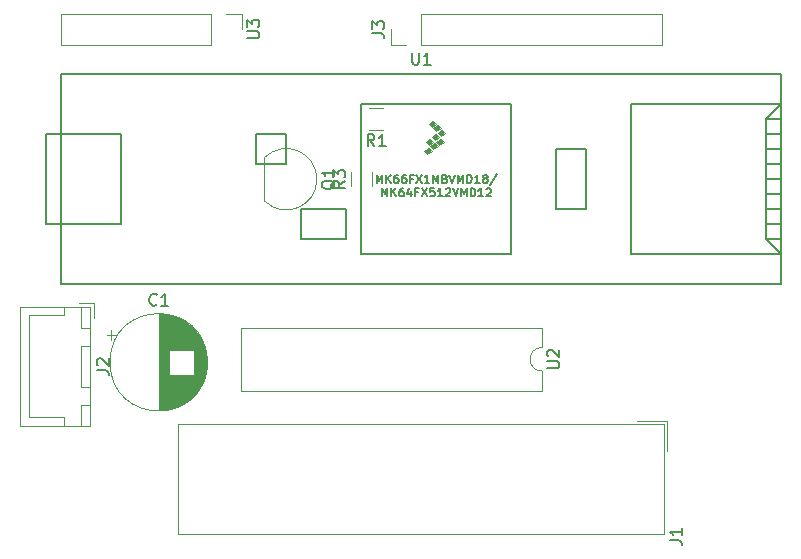
<source format=gbr>
G04 #@! TF.GenerationSoftware,KiCad,Pcbnew,5.1.4+dfsg1-1*
G04 #@! TF.CreationDate,2020-02-29T16:09:42-08:00*
G04 #@! TF.ProjectId,teensy_audio_player_kicad,7465656e-7379-45f6-9175-64696f5f706c,rev?*
G04 #@! TF.SameCoordinates,Original*
G04 #@! TF.FileFunction,Legend,Top*
G04 #@! TF.FilePolarity,Positive*
%FSLAX46Y46*%
G04 Gerber Fmt 4.6, Leading zero omitted, Abs format (unit mm)*
G04 Created by KiCad (PCBNEW 5.1.4+dfsg1-1) date 2020-02-29 16:09:42*
%MOMM*%
%LPD*%
G04 APERTURE LIST*
%ADD10C,0.120000*%
%ADD11C,0.150000*%
%ADD12C,0.100000*%
G04 APERTURE END LIST*
D10*
X94040000Y-58360000D02*
X94040000Y-59690000D01*
X92710000Y-58360000D02*
X94040000Y-58360000D01*
X91440000Y-58360000D02*
X91440000Y-61020000D01*
X91440000Y-61020000D02*
X78680000Y-61020000D01*
X91440000Y-58360000D02*
X78680000Y-58360000D01*
X78680000Y-58360000D02*
X78680000Y-61020000D01*
X106012064Y-66400000D02*
X104807936Y-66400000D01*
X106012064Y-68220000D02*
X104807936Y-68220000D01*
D11*
X95250000Y-68580000D02*
X95250000Y-71120000D01*
X95250000Y-71120000D02*
X97790000Y-71120000D01*
X97790000Y-71120000D02*
X97790000Y-68580000D01*
X97790000Y-68580000D02*
X95250000Y-68580000D01*
X102870000Y-77470000D02*
X99060000Y-77470000D01*
X99060000Y-77470000D02*
X99060000Y-74930000D01*
X99060000Y-74930000D02*
X102870000Y-74930000D01*
X102870000Y-74930000D02*
X102870000Y-77470000D01*
X116840000Y-78740000D02*
X116840000Y-66040000D01*
X104140000Y-66040000D02*
X104140000Y-78740000D01*
X104140000Y-78740000D02*
X116840000Y-78740000D01*
X104140000Y-66040000D02*
X116840000Y-66040000D01*
X138430000Y-77470000D02*
X139700000Y-77470000D01*
X138430000Y-76200000D02*
X139700000Y-76200000D01*
X138430000Y-74930000D02*
X139700000Y-74930000D01*
X138430000Y-73660000D02*
X139700000Y-73660000D01*
X138430000Y-72390000D02*
X139700000Y-72390000D01*
X138430000Y-71120000D02*
X139700000Y-71120000D01*
X138430000Y-69850000D02*
X139700000Y-69850000D01*
X138430000Y-68580000D02*
X139700000Y-68580000D01*
X138430000Y-67310000D02*
X139700000Y-67310000D01*
X139700000Y-78740000D02*
X138430000Y-77470000D01*
X138430000Y-77470000D02*
X138430000Y-67310000D01*
X138430000Y-67310000D02*
X139700000Y-66040000D01*
X139700000Y-66040000D02*
X127000000Y-66040000D01*
X127000000Y-66040000D02*
X127000000Y-78740000D01*
X127000000Y-78740000D02*
X139700000Y-78740000D01*
X139700000Y-63500000D02*
X78740000Y-63500000D01*
X78740000Y-81280000D02*
X139700000Y-81280000D01*
X78740000Y-76200000D02*
X77470000Y-76200000D01*
X77470000Y-76200000D02*
X77470000Y-68580000D01*
X77470000Y-68580000D02*
X78740000Y-68580000D01*
X83820000Y-76200000D02*
X83820000Y-68580000D01*
X83820000Y-68580000D02*
X78740000Y-68580000D01*
X83820000Y-76200000D02*
X78740000Y-76200000D01*
X123190000Y-69850000D02*
X123190000Y-74930000D01*
X123190000Y-74930000D02*
X120650000Y-74930000D01*
X120650000Y-74930000D02*
X120650000Y-69850000D01*
X120650000Y-69850000D02*
X123190000Y-69850000D01*
X139700000Y-63500000D02*
X139700000Y-81280000D01*
X78740000Y-81280000D02*
X78740000Y-63500000D01*
D12*
G36*
X110236000Y-67437000D02*
G01*
X110490000Y-67691000D01*
X110109000Y-67945000D01*
X109855000Y-67691000D01*
X110236000Y-67437000D01*
G37*
X110236000Y-67437000D02*
X110490000Y-67691000D01*
X110109000Y-67945000D01*
X109855000Y-67691000D01*
X110236000Y-67437000D01*
G36*
X109982000Y-68961000D02*
G01*
X110236000Y-69215000D01*
X109855000Y-69469000D01*
X109601000Y-69215000D01*
X109982000Y-68961000D01*
G37*
X109982000Y-68961000D02*
X110236000Y-69215000D01*
X109855000Y-69469000D01*
X109601000Y-69215000D01*
X109982000Y-68961000D01*
G36*
X109855000Y-69723000D02*
G01*
X110109000Y-69977000D01*
X109728000Y-70231000D01*
X109474000Y-69977000D01*
X109855000Y-69723000D01*
G37*
X109855000Y-69723000D02*
X110109000Y-69977000D01*
X109728000Y-70231000D01*
X109474000Y-69977000D01*
X109855000Y-69723000D01*
G36*
X110998000Y-68199000D02*
G01*
X111252000Y-68453000D01*
X110871000Y-68707000D01*
X110617000Y-68453000D01*
X110998000Y-68199000D01*
G37*
X110998000Y-68199000D02*
X111252000Y-68453000D01*
X110871000Y-68707000D01*
X110617000Y-68453000D01*
X110998000Y-68199000D01*
G36*
X110363000Y-69342000D02*
G01*
X110617000Y-69596000D01*
X110236000Y-69850000D01*
X109982000Y-69596000D01*
X110363000Y-69342000D01*
G37*
X110363000Y-69342000D02*
X110617000Y-69596000D01*
X110236000Y-69850000D01*
X109982000Y-69596000D01*
X110363000Y-69342000D01*
G36*
X110871000Y-68961000D02*
G01*
X111125000Y-69215000D01*
X110744000Y-69469000D01*
X110490000Y-69215000D01*
X110871000Y-68961000D01*
G37*
X110871000Y-68961000D02*
X111125000Y-69215000D01*
X110744000Y-69469000D01*
X110490000Y-69215000D01*
X110871000Y-68961000D01*
G36*
X110617000Y-67818000D02*
G01*
X110871000Y-68072000D01*
X110490000Y-68326000D01*
X110236000Y-68072000D01*
X110617000Y-67818000D01*
G37*
X110617000Y-67818000D02*
X110871000Y-68072000D01*
X110490000Y-68326000D01*
X110236000Y-68072000D01*
X110617000Y-67818000D01*
G36*
X110490000Y-68580000D02*
G01*
X110744000Y-68834000D01*
X110363000Y-69088000D01*
X110109000Y-68834000D01*
X110490000Y-68580000D01*
G37*
X110490000Y-68580000D02*
X110744000Y-68834000D01*
X110363000Y-69088000D01*
X110109000Y-68834000D01*
X110490000Y-68580000D01*
D10*
X105050000Y-72992064D02*
X105050000Y-71787936D01*
X103230000Y-72992064D02*
X103230000Y-71787936D01*
X95951522Y-74228478D02*
G75*
G03X100390000Y-72390000I1838478J1838478D01*
G01*
X95951522Y-70551522D02*
G75*
G02X100390000Y-72390000I1838478J-1838478D01*
G01*
X95940000Y-70590000D02*
X95940000Y-74190000D01*
X130060000Y-92865000D02*
X130060000Y-95405000D01*
X130060000Y-92865000D02*
X127520000Y-92865000D01*
X129810000Y-93115000D02*
X129810000Y-102465000D01*
X88630000Y-93115000D02*
X129810000Y-93115000D01*
X88630000Y-102465000D02*
X88630000Y-93115000D01*
X129810000Y-102465000D02*
X88630000Y-102465000D01*
X81200000Y-83165000D02*
X75230000Y-83165000D01*
X75230000Y-83165000D02*
X75230000Y-93285000D01*
X75230000Y-93285000D02*
X81200000Y-93285000D01*
X81200000Y-93285000D02*
X81200000Y-83165000D01*
X81190000Y-86475000D02*
X80440000Y-86475000D01*
X80440000Y-86475000D02*
X80440000Y-89975000D01*
X80440000Y-89975000D02*
X81190000Y-89975000D01*
X81190000Y-89975000D02*
X81190000Y-86475000D01*
X81190000Y-83175000D02*
X80440000Y-83175000D01*
X80440000Y-83175000D02*
X80440000Y-84975000D01*
X80440000Y-84975000D02*
X81190000Y-84975000D01*
X81190000Y-84975000D02*
X81190000Y-83175000D01*
X81190000Y-91475000D02*
X80440000Y-91475000D01*
X80440000Y-91475000D02*
X80440000Y-93275000D01*
X80440000Y-93275000D02*
X81190000Y-93275000D01*
X81190000Y-93275000D02*
X81190000Y-91475000D01*
X78940000Y-83175000D02*
X78940000Y-83925000D01*
X78940000Y-83925000D02*
X75990000Y-83925000D01*
X75990000Y-83925000D02*
X75990000Y-88225000D01*
X78940000Y-93275000D02*
X78940000Y-92525000D01*
X78940000Y-92525000D02*
X75990000Y-92525000D01*
X75990000Y-92525000D02*
X75990000Y-88225000D01*
X81490000Y-84125000D02*
X81490000Y-82875000D01*
X81490000Y-82875000D02*
X80240000Y-82875000D01*
X119440000Y-88630000D02*
G75*
G02X119440000Y-86630000I0J1000000D01*
G01*
X119440000Y-86630000D02*
X119440000Y-84980000D01*
X119440000Y-84980000D02*
X93920000Y-84980000D01*
X93920000Y-84980000D02*
X93920000Y-90280000D01*
X93920000Y-90280000D02*
X119440000Y-90280000D01*
X119440000Y-90280000D02*
X119440000Y-88630000D01*
X91110000Y-87884000D02*
G75*
G03X91110000Y-87884000I-4120000J0D01*
G01*
X86990000Y-83804000D02*
X86990000Y-91964000D01*
X87030000Y-83804000D02*
X87030000Y-91964000D01*
X87070000Y-83804000D02*
X87070000Y-91964000D01*
X87110000Y-83805000D02*
X87110000Y-91963000D01*
X87150000Y-83807000D02*
X87150000Y-91961000D01*
X87190000Y-83808000D02*
X87190000Y-91960000D01*
X87230000Y-83810000D02*
X87230000Y-91958000D01*
X87270000Y-83813000D02*
X87270000Y-91955000D01*
X87310000Y-83816000D02*
X87310000Y-91952000D01*
X87350000Y-83819000D02*
X87350000Y-91949000D01*
X87390000Y-83823000D02*
X87390000Y-91945000D01*
X87430000Y-83827000D02*
X87430000Y-91941000D01*
X87470000Y-83832000D02*
X87470000Y-91936000D01*
X87510000Y-83836000D02*
X87510000Y-91932000D01*
X87550000Y-83842000D02*
X87550000Y-91926000D01*
X87590000Y-83847000D02*
X87590000Y-91921000D01*
X87630000Y-83854000D02*
X87630000Y-91914000D01*
X87670000Y-83860000D02*
X87670000Y-91908000D01*
X87711000Y-83867000D02*
X87711000Y-91901000D01*
X87751000Y-83874000D02*
X87751000Y-91894000D01*
X87791000Y-83882000D02*
X87791000Y-91886000D01*
X87831000Y-83890000D02*
X87831000Y-91878000D01*
X87871000Y-83899000D02*
X87871000Y-86844000D01*
X87871000Y-88924000D02*
X87871000Y-91869000D01*
X87911000Y-83908000D02*
X87911000Y-86844000D01*
X87911000Y-88924000D02*
X87911000Y-91860000D01*
X87951000Y-83917000D02*
X87951000Y-86844000D01*
X87951000Y-88924000D02*
X87951000Y-91851000D01*
X87991000Y-83927000D02*
X87991000Y-86844000D01*
X87991000Y-88924000D02*
X87991000Y-91841000D01*
X88031000Y-83937000D02*
X88031000Y-86844000D01*
X88031000Y-88924000D02*
X88031000Y-91831000D01*
X88071000Y-83948000D02*
X88071000Y-86844000D01*
X88071000Y-88924000D02*
X88071000Y-91820000D01*
X88111000Y-83959000D02*
X88111000Y-86844000D01*
X88111000Y-88924000D02*
X88111000Y-91809000D01*
X88151000Y-83970000D02*
X88151000Y-86844000D01*
X88151000Y-88924000D02*
X88151000Y-91798000D01*
X88191000Y-83982000D02*
X88191000Y-86844000D01*
X88191000Y-88924000D02*
X88191000Y-91786000D01*
X88231000Y-83995000D02*
X88231000Y-86844000D01*
X88231000Y-88924000D02*
X88231000Y-91773000D01*
X88271000Y-84007000D02*
X88271000Y-86844000D01*
X88271000Y-88924000D02*
X88271000Y-91761000D01*
X88311000Y-84021000D02*
X88311000Y-86844000D01*
X88311000Y-88924000D02*
X88311000Y-91747000D01*
X88351000Y-84034000D02*
X88351000Y-86844000D01*
X88351000Y-88924000D02*
X88351000Y-91734000D01*
X88391000Y-84049000D02*
X88391000Y-86844000D01*
X88391000Y-88924000D02*
X88391000Y-91719000D01*
X88431000Y-84063000D02*
X88431000Y-86844000D01*
X88431000Y-88924000D02*
X88431000Y-91705000D01*
X88471000Y-84079000D02*
X88471000Y-86844000D01*
X88471000Y-88924000D02*
X88471000Y-91689000D01*
X88511000Y-84094000D02*
X88511000Y-86844000D01*
X88511000Y-88924000D02*
X88511000Y-91674000D01*
X88551000Y-84110000D02*
X88551000Y-86844000D01*
X88551000Y-88924000D02*
X88551000Y-91658000D01*
X88591000Y-84127000D02*
X88591000Y-86844000D01*
X88591000Y-88924000D02*
X88591000Y-91641000D01*
X88631000Y-84144000D02*
X88631000Y-86844000D01*
X88631000Y-88924000D02*
X88631000Y-91624000D01*
X88671000Y-84162000D02*
X88671000Y-86844000D01*
X88671000Y-88924000D02*
X88671000Y-91606000D01*
X88711000Y-84180000D02*
X88711000Y-86844000D01*
X88711000Y-88924000D02*
X88711000Y-91588000D01*
X88751000Y-84198000D02*
X88751000Y-86844000D01*
X88751000Y-88924000D02*
X88751000Y-91570000D01*
X88791000Y-84218000D02*
X88791000Y-86844000D01*
X88791000Y-88924000D02*
X88791000Y-91550000D01*
X88831000Y-84237000D02*
X88831000Y-86844000D01*
X88831000Y-88924000D02*
X88831000Y-91531000D01*
X88871000Y-84257000D02*
X88871000Y-86844000D01*
X88871000Y-88924000D02*
X88871000Y-91511000D01*
X88911000Y-84278000D02*
X88911000Y-86844000D01*
X88911000Y-88924000D02*
X88911000Y-91490000D01*
X88951000Y-84300000D02*
X88951000Y-86844000D01*
X88951000Y-88924000D02*
X88951000Y-91468000D01*
X88991000Y-84322000D02*
X88991000Y-86844000D01*
X88991000Y-88924000D02*
X88991000Y-91446000D01*
X89031000Y-84344000D02*
X89031000Y-86844000D01*
X89031000Y-88924000D02*
X89031000Y-91424000D01*
X89071000Y-84367000D02*
X89071000Y-86844000D01*
X89071000Y-88924000D02*
X89071000Y-91401000D01*
X89111000Y-84391000D02*
X89111000Y-86844000D01*
X89111000Y-88924000D02*
X89111000Y-91377000D01*
X89151000Y-84415000D02*
X89151000Y-86844000D01*
X89151000Y-88924000D02*
X89151000Y-91353000D01*
X89191000Y-84440000D02*
X89191000Y-86844000D01*
X89191000Y-88924000D02*
X89191000Y-91328000D01*
X89231000Y-84466000D02*
X89231000Y-86844000D01*
X89231000Y-88924000D02*
X89231000Y-91302000D01*
X89271000Y-84492000D02*
X89271000Y-86844000D01*
X89271000Y-88924000D02*
X89271000Y-91276000D01*
X89311000Y-84519000D02*
X89311000Y-86844000D01*
X89311000Y-88924000D02*
X89311000Y-91249000D01*
X89351000Y-84546000D02*
X89351000Y-86844000D01*
X89351000Y-88924000D02*
X89351000Y-91222000D01*
X89391000Y-84575000D02*
X89391000Y-86844000D01*
X89391000Y-88924000D02*
X89391000Y-91193000D01*
X89431000Y-84604000D02*
X89431000Y-86844000D01*
X89431000Y-88924000D02*
X89431000Y-91164000D01*
X89471000Y-84634000D02*
X89471000Y-86844000D01*
X89471000Y-88924000D02*
X89471000Y-91134000D01*
X89511000Y-84664000D02*
X89511000Y-86844000D01*
X89511000Y-88924000D02*
X89511000Y-91104000D01*
X89551000Y-84695000D02*
X89551000Y-86844000D01*
X89551000Y-88924000D02*
X89551000Y-91073000D01*
X89591000Y-84728000D02*
X89591000Y-86844000D01*
X89591000Y-88924000D02*
X89591000Y-91040000D01*
X89631000Y-84760000D02*
X89631000Y-86844000D01*
X89631000Y-88924000D02*
X89631000Y-91008000D01*
X89671000Y-84794000D02*
X89671000Y-86844000D01*
X89671000Y-88924000D02*
X89671000Y-90974000D01*
X89711000Y-84829000D02*
X89711000Y-86844000D01*
X89711000Y-88924000D02*
X89711000Y-90939000D01*
X89751000Y-84865000D02*
X89751000Y-86844000D01*
X89751000Y-88924000D02*
X89751000Y-90903000D01*
X89791000Y-84901000D02*
X89791000Y-86844000D01*
X89791000Y-88924000D02*
X89791000Y-90867000D01*
X89831000Y-84939000D02*
X89831000Y-86844000D01*
X89831000Y-88924000D02*
X89831000Y-90829000D01*
X89871000Y-84977000D02*
X89871000Y-86844000D01*
X89871000Y-88924000D02*
X89871000Y-90791000D01*
X89911000Y-85017000D02*
X89911000Y-86844000D01*
X89911000Y-88924000D02*
X89911000Y-90751000D01*
X89951000Y-85058000D02*
X89951000Y-90710000D01*
X89991000Y-85100000D02*
X89991000Y-90668000D01*
X90031000Y-85143000D02*
X90031000Y-90625000D01*
X90071000Y-85187000D02*
X90071000Y-90581000D01*
X90111000Y-85233000D02*
X90111000Y-90535000D01*
X90151000Y-85280000D02*
X90151000Y-90488000D01*
X90191000Y-85328000D02*
X90191000Y-90440000D01*
X90231000Y-85379000D02*
X90231000Y-90389000D01*
X90271000Y-85430000D02*
X90271000Y-90338000D01*
X90311000Y-85484000D02*
X90311000Y-90284000D01*
X90351000Y-85539000D02*
X90351000Y-90229000D01*
X90391000Y-85597000D02*
X90391000Y-90171000D01*
X90431000Y-85656000D02*
X90431000Y-90112000D01*
X90471000Y-85718000D02*
X90471000Y-90050000D01*
X90511000Y-85782000D02*
X90511000Y-89986000D01*
X90551000Y-85850000D02*
X90551000Y-89918000D01*
X90591000Y-85920000D02*
X90591000Y-89848000D01*
X90631000Y-85994000D02*
X90631000Y-89774000D01*
X90671000Y-86071000D02*
X90671000Y-89697000D01*
X90711000Y-86153000D02*
X90711000Y-89615000D01*
X90751000Y-86239000D02*
X90751000Y-89529000D01*
X90791000Y-86332000D02*
X90791000Y-89436000D01*
X90831000Y-86431000D02*
X90831000Y-89337000D01*
X90871000Y-86538000D02*
X90871000Y-89230000D01*
X90911000Y-86655000D02*
X90911000Y-89113000D01*
X90951000Y-86786000D02*
X90951000Y-88982000D01*
X90991000Y-86936000D02*
X90991000Y-88832000D01*
X91031000Y-87116000D02*
X91031000Y-88652000D01*
X91071000Y-87351000D02*
X91071000Y-88417000D01*
X82580302Y-85569000D02*
X83380302Y-85569000D01*
X82980302Y-85169000D02*
X82980302Y-85969000D01*
X106620000Y-61020000D02*
X106620000Y-59690000D01*
X107950000Y-61020000D02*
X106620000Y-61020000D01*
X109220000Y-61020000D02*
X109220000Y-58360000D01*
X109220000Y-58360000D02*
X129600000Y-58360000D01*
X109220000Y-61020000D02*
X129600000Y-61020000D01*
X129600000Y-61020000D02*
X129600000Y-58360000D01*
D11*
X94492380Y-60451904D02*
X95301904Y-60451904D01*
X95397142Y-60404285D01*
X95444761Y-60356666D01*
X95492380Y-60261428D01*
X95492380Y-60070952D01*
X95444761Y-59975714D01*
X95397142Y-59928095D01*
X95301904Y-59880476D01*
X94492380Y-59880476D01*
X94492380Y-59499523D02*
X94492380Y-58880476D01*
X94873333Y-59213809D01*
X94873333Y-59070952D01*
X94920952Y-58975714D01*
X94968571Y-58928095D01*
X95063809Y-58880476D01*
X95301904Y-58880476D01*
X95397142Y-58928095D01*
X95444761Y-58975714D01*
X95492380Y-59070952D01*
X95492380Y-59356666D01*
X95444761Y-59451904D01*
X95397142Y-59499523D01*
X105243333Y-69582380D02*
X104910000Y-69106190D01*
X104671904Y-69582380D02*
X104671904Y-68582380D01*
X105052857Y-68582380D01*
X105148095Y-68630000D01*
X105195714Y-68677619D01*
X105243333Y-68772857D01*
X105243333Y-68915714D01*
X105195714Y-69010952D01*
X105148095Y-69058571D01*
X105052857Y-69106190D01*
X104671904Y-69106190D01*
X106195714Y-69582380D02*
X105624285Y-69582380D01*
X105910000Y-69582380D02*
X105910000Y-68582380D01*
X105814761Y-68725238D01*
X105719523Y-68820476D01*
X105624285Y-68868095D01*
X108458095Y-61682380D02*
X108458095Y-62491904D01*
X108505714Y-62587142D01*
X108553333Y-62634761D01*
X108648571Y-62682380D01*
X108839047Y-62682380D01*
X108934285Y-62634761D01*
X108981904Y-62587142D01*
X109029523Y-62491904D01*
X109029523Y-61682380D01*
X110029523Y-62682380D02*
X109458095Y-62682380D01*
X109743809Y-62682380D02*
X109743809Y-61682380D01*
X109648571Y-61825238D01*
X109553333Y-61920476D01*
X109458095Y-61968095D01*
X105440000Y-72706666D02*
X105440000Y-72006666D01*
X105673333Y-72506666D01*
X105906666Y-72006666D01*
X105906666Y-72706666D01*
X106240000Y-72706666D02*
X106240000Y-72006666D01*
X106640000Y-72706666D02*
X106340000Y-72306666D01*
X106640000Y-72006666D02*
X106240000Y-72406666D01*
X107240000Y-72006666D02*
X107106666Y-72006666D01*
X107040000Y-72040000D01*
X107006666Y-72073333D01*
X106940000Y-72173333D01*
X106906666Y-72306666D01*
X106906666Y-72573333D01*
X106940000Y-72640000D01*
X106973333Y-72673333D01*
X107040000Y-72706666D01*
X107173333Y-72706666D01*
X107240000Y-72673333D01*
X107273333Y-72640000D01*
X107306666Y-72573333D01*
X107306666Y-72406666D01*
X107273333Y-72340000D01*
X107240000Y-72306666D01*
X107173333Y-72273333D01*
X107040000Y-72273333D01*
X106973333Y-72306666D01*
X106940000Y-72340000D01*
X106906666Y-72406666D01*
X107906666Y-72006666D02*
X107773333Y-72006666D01*
X107706666Y-72040000D01*
X107673333Y-72073333D01*
X107606666Y-72173333D01*
X107573333Y-72306666D01*
X107573333Y-72573333D01*
X107606666Y-72640000D01*
X107640000Y-72673333D01*
X107706666Y-72706666D01*
X107840000Y-72706666D01*
X107906666Y-72673333D01*
X107940000Y-72640000D01*
X107973333Y-72573333D01*
X107973333Y-72406666D01*
X107940000Y-72340000D01*
X107906666Y-72306666D01*
X107840000Y-72273333D01*
X107706666Y-72273333D01*
X107640000Y-72306666D01*
X107606666Y-72340000D01*
X107573333Y-72406666D01*
X108506666Y-72340000D02*
X108273333Y-72340000D01*
X108273333Y-72706666D02*
X108273333Y-72006666D01*
X108606666Y-72006666D01*
X108806666Y-72006666D02*
X109273333Y-72706666D01*
X109273333Y-72006666D02*
X108806666Y-72706666D01*
X109906666Y-72706666D02*
X109506666Y-72706666D01*
X109706666Y-72706666D02*
X109706666Y-72006666D01*
X109640000Y-72106666D01*
X109573333Y-72173333D01*
X109506666Y-72206666D01*
X110206666Y-72706666D02*
X110206666Y-72006666D01*
X110440000Y-72506666D01*
X110673333Y-72006666D01*
X110673333Y-72706666D01*
X111240000Y-72340000D02*
X111340000Y-72373333D01*
X111373333Y-72406666D01*
X111406666Y-72473333D01*
X111406666Y-72573333D01*
X111373333Y-72640000D01*
X111340000Y-72673333D01*
X111273333Y-72706666D01*
X111006666Y-72706666D01*
X111006666Y-72006666D01*
X111240000Y-72006666D01*
X111306666Y-72040000D01*
X111340000Y-72073333D01*
X111373333Y-72140000D01*
X111373333Y-72206666D01*
X111340000Y-72273333D01*
X111306666Y-72306666D01*
X111240000Y-72340000D01*
X111006666Y-72340000D01*
X111606666Y-72006666D02*
X111840000Y-72706666D01*
X112073333Y-72006666D01*
X112306666Y-72706666D02*
X112306666Y-72006666D01*
X112540000Y-72506666D01*
X112773333Y-72006666D01*
X112773333Y-72706666D01*
X113106666Y-72706666D02*
X113106666Y-72006666D01*
X113273333Y-72006666D01*
X113373333Y-72040000D01*
X113440000Y-72106666D01*
X113473333Y-72173333D01*
X113506666Y-72306666D01*
X113506666Y-72406666D01*
X113473333Y-72540000D01*
X113440000Y-72606666D01*
X113373333Y-72673333D01*
X113273333Y-72706666D01*
X113106666Y-72706666D01*
X114173333Y-72706666D02*
X113773333Y-72706666D01*
X113973333Y-72706666D02*
X113973333Y-72006666D01*
X113906666Y-72106666D01*
X113840000Y-72173333D01*
X113773333Y-72206666D01*
X114573333Y-72306666D02*
X114506666Y-72273333D01*
X114473333Y-72240000D01*
X114440000Y-72173333D01*
X114440000Y-72140000D01*
X114473333Y-72073333D01*
X114506666Y-72040000D01*
X114573333Y-72006666D01*
X114706666Y-72006666D01*
X114773333Y-72040000D01*
X114806666Y-72073333D01*
X114840000Y-72140000D01*
X114840000Y-72173333D01*
X114806666Y-72240000D01*
X114773333Y-72273333D01*
X114706666Y-72306666D01*
X114573333Y-72306666D01*
X114506666Y-72340000D01*
X114473333Y-72373333D01*
X114440000Y-72440000D01*
X114440000Y-72573333D01*
X114473333Y-72640000D01*
X114506666Y-72673333D01*
X114573333Y-72706666D01*
X114706666Y-72706666D01*
X114773333Y-72673333D01*
X114806666Y-72640000D01*
X114840000Y-72573333D01*
X114840000Y-72440000D01*
X114806666Y-72373333D01*
X114773333Y-72340000D01*
X114706666Y-72306666D01*
X115640000Y-71973333D02*
X115040000Y-72873333D01*
X105890000Y-73849666D02*
X105890000Y-73149666D01*
X106123333Y-73649666D01*
X106356666Y-73149666D01*
X106356666Y-73849666D01*
X106690000Y-73849666D02*
X106690000Y-73149666D01*
X107090000Y-73849666D02*
X106790000Y-73449666D01*
X107090000Y-73149666D02*
X106690000Y-73549666D01*
X107690000Y-73149666D02*
X107556666Y-73149666D01*
X107490000Y-73183000D01*
X107456666Y-73216333D01*
X107390000Y-73316333D01*
X107356666Y-73449666D01*
X107356666Y-73716333D01*
X107390000Y-73783000D01*
X107423333Y-73816333D01*
X107490000Y-73849666D01*
X107623333Y-73849666D01*
X107690000Y-73816333D01*
X107723333Y-73783000D01*
X107756666Y-73716333D01*
X107756666Y-73549666D01*
X107723333Y-73483000D01*
X107690000Y-73449666D01*
X107623333Y-73416333D01*
X107490000Y-73416333D01*
X107423333Y-73449666D01*
X107390000Y-73483000D01*
X107356666Y-73549666D01*
X108356666Y-73383000D02*
X108356666Y-73849666D01*
X108190000Y-73116333D02*
X108023333Y-73616333D01*
X108456666Y-73616333D01*
X108956666Y-73483000D02*
X108723333Y-73483000D01*
X108723333Y-73849666D02*
X108723333Y-73149666D01*
X109056666Y-73149666D01*
X109256666Y-73149666D02*
X109723333Y-73849666D01*
X109723333Y-73149666D02*
X109256666Y-73849666D01*
X110323333Y-73149666D02*
X109990000Y-73149666D01*
X109956666Y-73483000D01*
X109990000Y-73449666D01*
X110056666Y-73416333D01*
X110223333Y-73416333D01*
X110290000Y-73449666D01*
X110323333Y-73483000D01*
X110356666Y-73549666D01*
X110356666Y-73716333D01*
X110323333Y-73783000D01*
X110290000Y-73816333D01*
X110223333Y-73849666D01*
X110056666Y-73849666D01*
X109990000Y-73816333D01*
X109956666Y-73783000D01*
X111023333Y-73849666D02*
X110623333Y-73849666D01*
X110823333Y-73849666D02*
X110823333Y-73149666D01*
X110756666Y-73249666D01*
X110690000Y-73316333D01*
X110623333Y-73349666D01*
X111290000Y-73216333D02*
X111323333Y-73183000D01*
X111390000Y-73149666D01*
X111556666Y-73149666D01*
X111623333Y-73183000D01*
X111656666Y-73216333D01*
X111690000Y-73283000D01*
X111690000Y-73349666D01*
X111656666Y-73449666D01*
X111256666Y-73849666D01*
X111690000Y-73849666D01*
X111890000Y-73149666D02*
X112123333Y-73849666D01*
X112356666Y-73149666D01*
X112590000Y-73849666D02*
X112590000Y-73149666D01*
X112823333Y-73649666D01*
X113056666Y-73149666D01*
X113056666Y-73849666D01*
X113390000Y-73849666D02*
X113390000Y-73149666D01*
X113556666Y-73149666D01*
X113656666Y-73183000D01*
X113723333Y-73249666D01*
X113756666Y-73316333D01*
X113790000Y-73449666D01*
X113790000Y-73549666D01*
X113756666Y-73683000D01*
X113723333Y-73749666D01*
X113656666Y-73816333D01*
X113556666Y-73849666D01*
X113390000Y-73849666D01*
X114456666Y-73849666D02*
X114056666Y-73849666D01*
X114256666Y-73849666D02*
X114256666Y-73149666D01*
X114190000Y-73249666D01*
X114123333Y-73316333D01*
X114056666Y-73349666D01*
X114723333Y-73216333D02*
X114756666Y-73183000D01*
X114823333Y-73149666D01*
X114990000Y-73149666D01*
X115056666Y-73183000D01*
X115090000Y-73216333D01*
X115123333Y-73283000D01*
X115123333Y-73349666D01*
X115090000Y-73449666D01*
X114690000Y-73849666D01*
X115123333Y-73849666D01*
X102772380Y-72556666D02*
X102296190Y-72890000D01*
X102772380Y-73128095D02*
X101772380Y-73128095D01*
X101772380Y-72747142D01*
X101820000Y-72651904D01*
X101867619Y-72604285D01*
X101962857Y-72556666D01*
X102105714Y-72556666D01*
X102200952Y-72604285D01*
X102248571Y-72651904D01*
X102296190Y-72747142D01*
X102296190Y-73128095D01*
X101772380Y-72223333D02*
X101772380Y-71604285D01*
X102153333Y-71937619D01*
X102153333Y-71794761D01*
X102200952Y-71699523D01*
X102248571Y-71651904D01*
X102343809Y-71604285D01*
X102581904Y-71604285D01*
X102677142Y-71651904D01*
X102724761Y-71699523D01*
X102772380Y-71794761D01*
X102772380Y-72080476D01*
X102724761Y-72175714D01*
X102677142Y-72223333D01*
X101897619Y-72485238D02*
X101850000Y-72580476D01*
X101754761Y-72675714D01*
X101611904Y-72818571D01*
X101564285Y-72913809D01*
X101564285Y-73009047D01*
X101802380Y-72961428D02*
X101754761Y-73056666D01*
X101659523Y-73151904D01*
X101469047Y-73199523D01*
X101135714Y-73199523D01*
X100945238Y-73151904D01*
X100850000Y-73056666D01*
X100802380Y-72961428D01*
X100802380Y-72770952D01*
X100850000Y-72675714D01*
X100945238Y-72580476D01*
X101135714Y-72532857D01*
X101469047Y-72532857D01*
X101659523Y-72580476D01*
X101754761Y-72675714D01*
X101802380Y-72770952D01*
X101802380Y-72961428D01*
X101802380Y-71580476D02*
X101802380Y-72151904D01*
X101802380Y-71866190D02*
X100802380Y-71866190D01*
X100945238Y-71961428D01*
X101040476Y-72056666D01*
X101088095Y-72151904D01*
X130262380Y-102958333D02*
X130976666Y-102958333D01*
X131119523Y-103005952D01*
X131214761Y-103101190D01*
X131262380Y-103244047D01*
X131262380Y-103339285D01*
X131262380Y-101958333D02*
X131262380Y-102529761D01*
X131262380Y-102244047D02*
X130262380Y-102244047D01*
X130405238Y-102339285D01*
X130500476Y-102434523D01*
X130548095Y-102529761D01*
X81742380Y-88558333D02*
X82456666Y-88558333D01*
X82599523Y-88605952D01*
X82694761Y-88701190D01*
X82742380Y-88844047D01*
X82742380Y-88939285D01*
X81837619Y-88129761D02*
X81790000Y-88082142D01*
X81742380Y-87986904D01*
X81742380Y-87748809D01*
X81790000Y-87653571D01*
X81837619Y-87605952D01*
X81932857Y-87558333D01*
X82028095Y-87558333D01*
X82170952Y-87605952D01*
X82742380Y-88177380D01*
X82742380Y-87558333D01*
X119892380Y-88391904D02*
X120701904Y-88391904D01*
X120797142Y-88344285D01*
X120844761Y-88296666D01*
X120892380Y-88201428D01*
X120892380Y-88010952D01*
X120844761Y-87915714D01*
X120797142Y-87868095D01*
X120701904Y-87820476D01*
X119892380Y-87820476D01*
X119987619Y-87391904D02*
X119940000Y-87344285D01*
X119892380Y-87249047D01*
X119892380Y-87010952D01*
X119940000Y-86915714D01*
X119987619Y-86868095D01*
X120082857Y-86820476D01*
X120178095Y-86820476D01*
X120320952Y-86868095D01*
X120892380Y-87439523D01*
X120892380Y-86820476D01*
X86823333Y-82991142D02*
X86775714Y-83038761D01*
X86632857Y-83086380D01*
X86537619Y-83086380D01*
X86394761Y-83038761D01*
X86299523Y-82943523D01*
X86251904Y-82848285D01*
X86204285Y-82657809D01*
X86204285Y-82514952D01*
X86251904Y-82324476D01*
X86299523Y-82229238D01*
X86394761Y-82134000D01*
X86537619Y-82086380D01*
X86632857Y-82086380D01*
X86775714Y-82134000D01*
X86823333Y-82181619D01*
X87775714Y-83086380D02*
X87204285Y-83086380D01*
X87490000Y-83086380D02*
X87490000Y-82086380D01*
X87394761Y-82229238D01*
X87299523Y-82324476D01*
X87204285Y-82372095D01*
X105072380Y-60023333D02*
X105786666Y-60023333D01*
X105929523Y-60070952D01*
X106024761Y-60166190D01*
X106072380Y-60309047D01*
X106072380Y-60404285D01*
X105072380Y-59642380D02*
X105072380Y-59023333D01*
X105453333Y-59356666D01*
X105453333Y-59213809D01*
X105500952Y-59118571D01*
X105548571Y-59070952D01*
X105643809Y-59023333D01*
X105881904Y-59023333D01*
X105977142Y-59070952D01*
X106024761Y-59118571D01*
X106072380Y-59213809D01*
X106072380Y-59499523D01*
X106024761Y-59594761D01*
X105977142Y-59642380D01*
M02*

</source>
